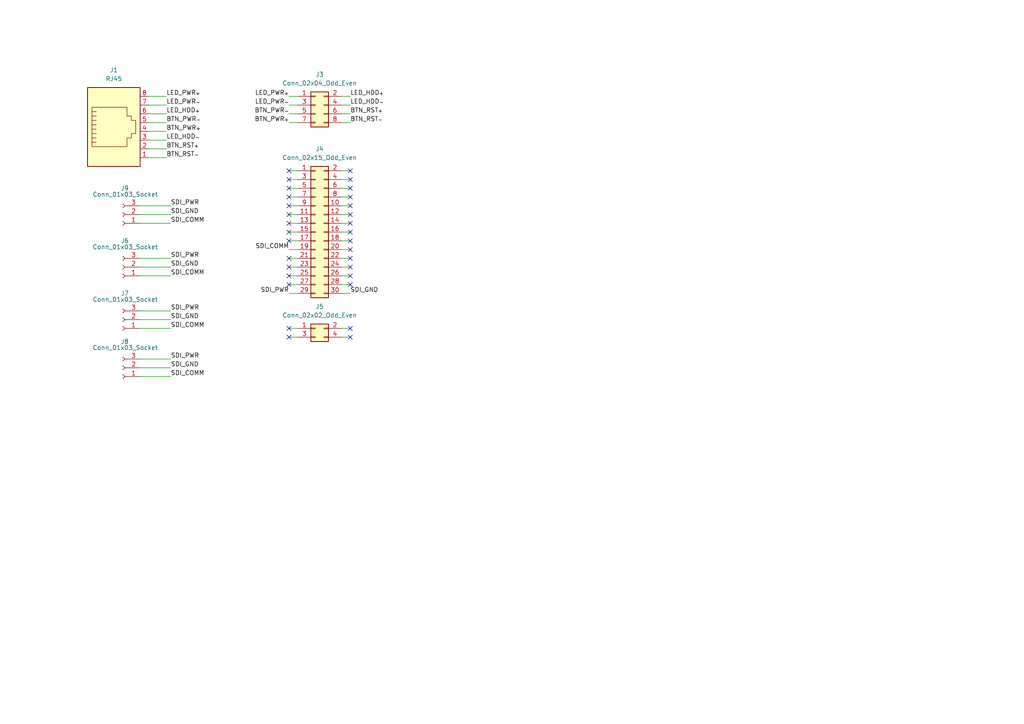
<source format=kicad_sch>
(kicad_sch (version 20250114) (generator "eeschema") (generator_version "9.0")
  (paper "A4")
  (lib_symbols
    (symbol "Connector:Conn_01x03_Socket" (pin_names (offset 1.016) (hide yes))
      (property "Reference" "J" (at 0 5.08 0))
      (property "Value" "Conn_01x03_Socket" (at 0 -5.08 0))
      (symbol "Conn_01x03_Socket_1_1"
        (polyline (pts (xy -1.27 2.54) (xy -0.508 2.54)) (stroke (width 0.1524)))
        (polyline (pts (xy -1.27 0) (xy -0.508 0)) (stroke (width 0.1524)))
        (polyline (pts (xy -1.27 -2.54) (xy -0.508 -2.54)) (stroke (width 0.1524)))
        (arc (start 0 2.032) (mid -0.5058 2.54) (end 0 3.048) (stroke (width 0.1524)))
        (arc (start 0 -0.508) (mid -0.5058 0) (end 0 0.508) (stroke (width 0.1524)))
        (arc (start 0 -3.048) (mid -0.5058 -2.54) (end 0 -2.032) (stroke (width 0.1524)))
        (pin passive line (at -5.08 2.54 0) (length 3.81) (name "Pin_1") (number "1"))
        (pin passive line (at -5.08 0 0) (length 3.81) (name "Pin_2") (number "2"))
        (pin passive line (at -5.08 -2.54 0) (length 3.81) (name "Pin_3") (number "3"))
      )
    )
    (symbol "Connector:RJ45" (pin_names (offset 1.016))
      (property "Reference" "J" (at -5.08 13.97 0))
      (property "Value" "RJ45" (at 2.54 13.97 0))
      (symbol "RJ45_0_1"
        (polyline (pts (xy -6.35 1.905) (xy -5.08 1.905) (xy -5.08 1.905)))
        (polyline (pts (xy -6.35 0.635) (xy -5.08 0.635) (xy -5.08 0.635)))
        (polyline (pts (xy -6.35 -0.635) (xy -5.08 -0.635) (xy -5.08 -0.635)))
        (polyline (pts (xy -6.35 -1.905) (xy -5.08 -1.905) (xy -5.08 -1.905)))
        (polyline (pts (xy -6.35 -3.175) (xy -5.08 -3.175) (xy -5.08 -3.175)))
        (polyline (pts (xy -6.35 -4.445) (xy -6.35 6.985) (xy 3.81 6.985) (xy 3.81 4.445) (xy 5.08 4.445) (xy 5.08 3.175) (xy 6.35 3.175) (xy 6.35 -0.635) (xy 5.08 -0.635) (xy 5.08 -1.905) (xy 3.81 -1.905) (xy 3.81 -4.445) (xy -6.35 -4.445) (xy -6.35 -4.445)))
        (polyline (pts (xy -5.08 5.715) (xy -6.35 5.715)))
        (polyline (pts (xy -5.08 4.445) (xy -6.35 4.445)))
        (polyline (pts (xy -5.08 3.175) (xy -6.35 3.175) (xy -6.35 3.175)))
        (rectangle (start 7.62 12.7) (end -7.62 -10.16) (stroke (width 0.254)) (fill (type background)))
      )
      (symbol "RJ45_1_1"
        (pin passive line (at 10.16 10.16 180) (length 2.54) (name "~") (number "8"))
        (pin passive line (at 10.16 7.62 180) (length 2.54) (name "~") (number "7"))
        (pin passive line (at 10.16 5.08 180) (length 2.54) (name "~") (number "6"))
        (pin passive line (at 10.16 2.54 180) (length 2.54) (name "~") (number "5"))
        (pin passive line (at 10.16 0 180) (length 2.54) (name "~") (number "4"))
        (pin passive line (at 10.16 -2.54 180) (length 2.54) (name "~") (number "3"))
        (pin passive line (at 10.16 -5.08 180) (length 2.54) (name "~") (number "2"))
        (pin passive line (at 10.16 -7.62 180) (length 2.54) (name "~") (number "1"))
      )
    )
    (symbol "Connector_Generic:Conn_02x02_Odd_Even" (pin_names (offset 1.016) (hide yes))
      (property "Reference" "J" (at 1.27 2.54 0))
      (property "Value" "Conn_02x02_Odd_Even" (at 1.27 -5.08 0))
      (symbol "Conn_02x02_Odd_Even_1_1"
        (rectangle (start -1.27 1.27) (end 3.81 -3.81) (stroke (width 0.254)) (fill (type background)))
        (rectangle (start -1.27 0.127) (end 0 -0.127) (stroke (width 0.1524)))
        (rectangle (start -1.27 -2.413) (end 0 -2.667) (stroke (width 0.1524)))
        (rectangle (start 3.81 0.127) (end 2.54 -0.127) (stroke (width 0.1524)))
        (rectangle (start 3.81 -2.413) (end 2.54 -2.667) (stroke (width 0.1524)))
        (pin passive line (at -5.08 0 0) (length 3.81) (name "Pin_1") (number "1"))
        (pin passive line (at -5.08 -2.54 0) (length 3.81) (name "Pin_3") (number "3"))
        (pin passive line (at 7.62 0 180) (length 3.81) (name "Pin_2") (number "2"))
        (pin passive line (at 7.62 -2.54 180) (length 3.81) (name "Pin_4") (number "4"))
      )
    )
    (symbol "Connector_Generic:Conn_02x04_Odd_Even" (pin_names (offset 1.016) (hide yes))
      (property "Reference" "J" (at 1.27 5.08 0))
      (property "Value" "Conn_02x04_Odd_Even" (at 1.27 -7.62 0))
      (symbol "Conn_02x04_Odd_Even_1_1"
        (rectangle (start -1.27 3.81) (end 3.81 -6.35) (stroke (width 0.254)) (fill (type background)))
        (rectangle (start -1.27 2.667) (end 0 2.413) (stroke (width 0.1524)))
        (rectangle (start -1.27 0.127) (end 0 -0.127) (stroke (width 0.1524)))
        (rectangle (start -1.27 -2.413) (end 0 -2.667) (stroke (width 0.1524)))
        (rectangle (start -1.27 -4.953) (end 0 -5.207) (stroke (width 0.1524)))
        (rectangle (start 3.81 2.667) (end 2.54 2.413) (stroke (width 0.1524)))
        (rectangle (start 3.81 0.127) (end 2.54 -0.127) (stroke (width 0.1524)))
        (rectangle (start 3.81 -2.413) (end 2.54 -2.667) (stroke (width 0.1524)))
        (rectangle (start 3.81 -4.953) (end 2.54 -5.207) (stroke (width 0.1524)))
        (pin passive line (at -5.08 2.54 0) (length 3.81) (name "Pin_1") (number "1"))
        (pin passive line (at -5.08 0 0) (length 3.81) (name "Pin_3") (number "3"))
        (pin passive line (at -5.08 -2.54 0) (length 3.81) (name "Pin_5") (number "5"))
        (pin passive line (at -5.08 -5.08 0) (length 3.81) (name "Pin_7") (number "7"))
        (pin passive line (at 7.62 2.54 180) (length 3.81) (name "Pin_2") (number "2"))
        (pin passive line (at 7.62 0 180) (length 3.81) (name "Pin_4") (number "4"))
        (pin passive line (at 7.62 -2.54 180) (length 3.81) (name "Pin_6") (number "6"))
        (pin passive line (at 7.62 -5.08 180) (length 3.81) (name "Pin_8") (number "8"))
      )
    )
    (symbol "Connector_Generic:Conn_02x15_Odd_Even" (pin_names (offset 1.016) (hide yes))
      (property "Reference" "J" (at 1.27 20.32 0))
      (property "Value" "Conn_02x15_Odd_Even" (at 1.27 -20.32 0))
      (symbol "Conn_02x15_Odd_Even_1_1"
        (rectangle (start -1.27 19.05) (end 3.81 -19.05) (stroke (width 0.254)) (fill (type background)))
        (rectangle (start -1.27 17.907) (end 0 17.653) (stroke (width 0.1524)))
        (rectangle (start -1.27 15.367) (end 0 15.113) (stroke (width 0.1524)))
        (rectangle (start -1.27 12.827) (end 0 12.573) (stroke (width 0.1524)))
        (rectangle (start -1.27 10.287) (end 0 10.033) (stroke (width 0.1524)))
        (rectangle (start -1.27 7.747) (end 0 7.493) (stroke (width 0.1524)))
        (rectangle (start -1.27 5.207) (end 0 4.953) (stroke (width 0.1524)))
        (rectangle (start -1.27 2.667) (end 0 2.413) (stroke (width 0.1524)))
        (rectangle (start -1.27 0.127) (end 0 -0.127) (stroke (width 0.1524)))
        (rectangle (start -1.27 -2.413) (end 0 -2.667) (stroke (width 0.1524)))
        (rectangle (start -1.27 -4.953) (end 0 -5.207) (stroke (width 0.1524)))
        (rectangle (start -1.27 -7.493) (end 0 -7.747) (stroke (width 0.1524)))
        (rectangle (start -1.27 -10.033) (end 0 -10.287) (stroke (width 0.1524)))
        (rectangle (start -1.27 -12.573) (end 0 -12.827) (stroke (width 0.1524)))
        (rectangle (start -1.27 -15.113) (end 0 -15.367) (stroke (width 0.1524)))
        (rectangle (start -1.27 -17.653) (end 0 -17.907) (stroke (width 0.1524)))
        (rectangle (start 3.81 17.907) (end 2.54 17.653) (stroke (width 0.1524)))
        (rectangle (start 3.81 15.367) (end 2.54 15.113) (stroke (width 0.1524)))
        (rectangle (start 3.81 12.827) (end 2.54 12.573) (stroke (width 0.1524)))
        (rectangle (start 3.81 10.287) (end 2.54 10.033) (stroke (width 0.1524)))
        (rectangle (start 3.81 7.747) (end 2.54 7.493) (stroke (width 0.1524)))
        (rectangle (start 3.81 5.207) (end 2.54 4.953) (stroke (width 0.1524)))
        (rectangle (start 3.81 2.667) (end 2.54 2.413) (stroke (width 0.1524)))
        (rectangle (start 3.81 0.127) (end 2.54 -0.127) (stroke (width 0.1524)))
        (rectangle (start 3.81 -2.413) (end 2.54 -2.667) (stroke (width 0.1524)))
        (rectangle (start 3.81 -4.953) (end 2.54 -5.207) (stroke (width 0.1524)))
        (rectangle (start 3.81 -7.493) (end 2.54 -7.747) (stroke (width 0.1524)))
        (rectangle (start 3.81 -10.033) (end 2.54 -10.287) (stroke (width 0.1524)))
        (rectangle (start 3.81 -12.573) (end 2.54 -12.827) (stroke (width 0.1524)))
        (rectangle (start 3.81 -15.113) (end 2.54 -15.367) (stroke (width 0.1524)))
        (rectangle (start 3.81 -17.653) (end 2.54 -17.907) (stroke (width 0.1524)))
        (pin passive line (at -5.08 17.78 0) (length 3.81) (name "Pin_1") (number "1"))
        (pin passive line (at -5.08 15.24 0) (length 3.81) (name "Pin_3") (number "3"))
        (pin passive line (at -5.08 12.7 0) (length 3.81) (name "Pin_5") (number "5"))
        (pin passive line (at -5.08 10.16 0) (length 3.81) (name "Pin_7") (number "7"))
        (pin passive line (at -5.08 7.62 0) (length 3.81) (name "Pin_9") (number "9"))
        (pin passive line (at -5.08 5.08 0) (length 3.81) (name "Pin_11") (number "11"))
        (pin passive line (at -5.08 2.54 0) (length 3.81) (name "Pin_13") (number "13"))
        (pin passive line (at -5.08 0 0) (length 3.81) (name "Pin_15") (number "15"))
        (pin passive line (at -5.08 -2.54 0) (length 3.81) (name "Pin_17") (number "17"))
        (pin passive line (at -5.08 -5.08 0) (length 3.81) (name "Pin_19") (number "19"))
        (pin passive line (at -5.08 -7.62 0) (length 3.81) (name "Pin_21") (number "21"))
        (pin passive line (at -5.08 -10.16 0) (length 3.81) (name "Pin_23") (number "23"))
        (pin passive line (at -5.08 -12.7 0) (length 3.81) (name "Pin_25") (number "25"))
        (pin passive line (at -5.08 -15.24 0) (length 3.81) (name "Pin_27") (number "27"))
        (pin passive line (at -5.08 -17.78 0) (length 3.81) (name "Pin_29") (number "29"))
        (pin passive line (at 7.62 17.78 180) (length 3.81) (name "Pin_2") (number "2"))
        (pin passive line (at 7.62 15.24 180) (length 3.81) (name "Pin_4") (number "4"))
        (pin passive line (at 7.62 12.7 180) (length 3.81) (name "Pin_6") (number "6"))
        (pin passive line (at 7.62 10.16 180) (length 3.81) (name "Pin_8") (number "8"))
        (pin passive line (at 7.62 7.62 180) (length 3.81) (name "Pin_10") (number "10"))
        (pin passive line (at 7.62 5.08 180) (length 3.81) (name "Pin_12") (number "12"))
        (pin passive line (at 7.62 2.54 180) (length 3.81) (name "Pin_14") (number "14"))
        (pin passive line (at 7.62 0 180) (length 3.81) (name "Pin_16") (number "16"))
        (pin passive line (at 7.62 -2.54 180) (length 3.81) (name "Pin_18") (number "18"))
        (pin passive line (at 7.62 -5.08 180) (length 3.81) (name "Pin_20") (number "20"))
        (pin passive line (at 7.62 -7.62 180) (length 3.81) (name "Pin_22") (number "22"))
        (pin passive line (at 7.62 -10.16 180) (length 3.81) (name "Pin_24") (number "24"))
        (pin passive line (at 7.62 -12.7 180) (length 3.81) (name "Pin_26") (number "26"))
        (pin passive line (at 7.62 -15.24 180) (length 3.81) (name "Pin_28") (number "28"))
        (pin passive line (at 7.62 -17.78 180) (length 3.81) (name "Pin_30") (number "30"))
      )
    )
  )
  (no_connect (at 83.82 49.53))
  (no_connect (at 83.82 77.47))
  (no_connect (at 83.82 69.85))
  (no_connect (at 83.82 62.23))
  (no_connect (at 83.82 80.01))
  (no_connect (at 83.82 64.77))
  (no_connect (at 101.6 80.01))
  (no_connect (at 83.82 74.93))
  (no_connect (at 101.6 77.47))
  (no_connect (at 101.6 82.55))
  (no_connect (at 83.82 59.69))
  (no_connect (at 101.6 57.15))
  (no_connect (at 83.82 54.61))
  (no_connect (at 101.6 54.61))
  (no_connect (at 101.6 72.39))
  (no_connect (at 101.6 49.53))
  (no_connect (at 101.6 74.93))
  (no_connect (at 101.6 52.07))
  (no_connect (at 83.82 67.31))
  (no_connect (at 101.6 64.77))
  (no_connect (at 101.6 95.25))
  (no_connect (at 83.82 95.25))
  (no_connect (at 101.6 97.79))
  (no_connect (at 101.6 69.85))
  (no_connect (at 101.6 62.23))
  (no_connect (at 83.82 82.55))
  (no_connect (at 101.6 59.69))
  (no_connect (at 83.82 57.15))
  (no_connect (at 83.82 52.07))
  (no_connect (at 101.6 67.31))
  (no_connect (at 83.82 97.79))
  (wire (pts (xy 43.18 45.72) (xy 48.26 45.72)))
  (wire (pts (xy 101.6 62.23) (xy 99.06 62.23)))
  (wire (pts (xy 40.64 106.68) (xy 49.53 106.68)))
  (wire (pts (xy 40.64 80.01) (xy 49.53 80.01)))
  (wire (pts (xy 40.64 90.17) (xy 49.53 90.17)))
  (wire (pts (xy 40.64 74.93) (xy 49.53 74.93)))
  (wire (pts (xy 83.82 33.02) (xy 86.36 33.02)))
  (wire (pts (xy 83.82 80.01) (xy 86.36 80.01)))
  (wire (pts (xy 101.6 77.47) (xy 99.06 77.47)))
  (wire (pts (xy 99.06 33.02) (xy 101.6 33.02)))
  (wire (pts (xy 83.82 35.56) (xy 86.36 35.56)))
  (wire (pts (xy 83.82 59.69) (xy 86.36 59.69)))
  (wire (pts (xy 40.64 77.47) (xy 49.53 77.47)))
  (wire (pts (xy 83.82 97.79) (xy 86.36 97.79)))
  (wire (pts (xy 83.82 72.39) (xy 86.36 72.39)))
  (wire (pts (xy 101.6 59.69) (xy 99.06 59.69)))
  (wire (pts (xy 43.18 30.48) (xy 48.26 30.48)))
  (wire (pts (xy 101.6 64.77) (xy 99.06 64.77)))
  (wire (pts (xy 83.82 64.77) (xy 86.36 64.77)))
  (wire (pts (xy 101.6 67.31) (xy 99.06 67.31)))
  (wire (pts (xy 43.18 27.94) (xy 48.26 27.94)))
  (wire (pts (xy 83.82 67.31) (xy 86.36 67.31)))
  (wire (pts (xy 43.18 35.56) (xy 48.26 35.56)))
  (wire (pts (xy 40.64 62.23) (xy 49.53 62.23)))
  (wire (pts (xy 83.82 69.85) (xy 86.36 69.85)))
  (wire (pts (xy 83.82 52.07) (xy 86.36 52.07)))
  (wire (pts (xy 101.6 49.53) (xy 99.06 49.53)))
  (wire (pts (xy 83.82 57.15) (xy 86.36 57.15)))
  (wire (pts (xy 83.82 95.25) (xy 86.36 95.25)))
  (wire (pts (xy 101.6 74.93) (xy 99.06 74.93)))
  (wire (pts (xy 83.82 27.94) (xy 86.36 27.94)))
  (wire (pts (xy 83.82 77.47) (xy 86.36 77.47)))
  (wire (pts (xy 101.6 57.15) (xy 99.06 57.15)))
  (wire (pts (xy 40.64 104.14) (xy 49.53 104.14)))
  (wire (pts (xy 99.06 30.48) (xy 101.6 30.48)))
  (wire (pts (xy 99.06 27.94) (xy 101.6 27.94)))
  (wire (pts (xy 83.82 74.93) (xy 86.36 74.93)))
  (wire (pts (xy 40.64 59.69) (xy 49.53 59.69)))
  (wire (pts (xy 99.06 35.56) (xy 101.6 35.56)))
  (wire (pts (xy 43.18 38.1) (xy 48.26 38.1)))
  (wire (pts (xy 101.6 69.85) (xy 99.06 69.85)))
  (wire (pts (xy 101.6 52.07) (xy 99.06 52.07)))
  (wire (pts (xy 99.06 72.39) (xy 101.6 72.39)))
  (wire (pts (xy 43.18 43.18) (xy 48.26 43.18)))
  (wire (pts (xy 99.06 97.79) (xy 101.6 97.79)))
  (wire (pts (xy 99.06 95.25) (xy 101.6 95.25)))
  (wire (pts (xy 83.82 62.23) (xy 86.36 62.23)))
  (wire (pts (xy 43.18 33.02) (xy 48.26 33.02)))
  (wire (pts (xy 83.82 85.09) (xy 86.36 85.09)))
  (wire (pts (xy 40.64 64.77) (xy 49.53 64.77)))
  (wire (pts (xy 40.64 109.22) (xy 49.53 109.22)))
  (wire (pts (xy 40.64 95.25) (xy 49.53 95.25)))
  (wire (pts (xy 83.82 54.61) (xy 86.36 54.61)))
  (wire (pts (xy 40.64 92.71) (xy 49.53 92.71)))
  (wire (pts (xy 101.6 80.01) (xy 99.06 80.01)))
  (wire (pts (xy 101.6 54.61) (xy 99.06 54.61)))
  (wire (pts (xy 83.82 82.55) (xy 86.36 82.55)))
  (wire (pts (xy 101.6 82.55) (xy 99.06 82.55)))
  (wire (pts (xy 43.18 40.64) (xy 48.26 40.64)))
  (wire (pts (xy 83.82 30.48) (xy 86.36 30.48)))
  (wire (pts (xy 99.06 85.09) (xy 101.6 85.09)))
  (wire (pts (xy 83.82 49.53) (xy 86.36 49.53)))
  (label "LED_HDD_{-}" (at 101.6 30.48 0))
  (label "SDI_PWR" (at 83.82 85.09 180))
  (label "LED_PWR_{-}" (at 48.26 30.48 0))
  (label "BTN_RST_{-}" (at 48.26 45.72 0))
  (label "LED_PWR_{+}" (at 48.26 27.94 0))
  (label "SDI_PWR" (at 49.53 74.93 0))
  (label "LED_HDD_{+}" (at 101.6 27.94 0))
  (label "BTN_RST_{+}" (at 101.6 33.02 0))
  (label "LED_HDD_{-}" (at 48.26 40.64 0))
  (label "SDI_GND" (at 49.53 77.47 0))
  (label "SDI_GND" (at 49.53 92.71 0))
  (label "SDI_GND" (at 49.53 62.23 0))
  (label "BTN_RST_{+}" (at 48.26 43.18 0))
  (label "SDI_PWR" (at 49.53 90.17 0))
  (label "LED_HDD_{+}" (at 48.26 33.02 0))
  (label "SDI_COMM" (at 49.53 80.01 0))
  (label "SDI_GND" (at 101.6 85.09 0))
  (label "SDI_COMM" (at 49.53 64.77 0))
  (label "SDI_PWR" (at 49.53 104.14 0))
  (label "BTN_PWR_{-}" (at 83.82 33.02 180))
  (label "BTN_PWR_{+}" (at 83.82 35.56 180))
  (label "SDI_COMM" (at 83.82 72.39 180))
  (label "SDI_COMM" (at 49.53 95.25 0))
  (label "SDI_PWR" (at 49.53 59.69 0))
  (label "BTN_PWR_{-}" (at 48.26 35.56 0))
  (label "BTN_PWR_{+}" (at 48.26 38.1 0))
  (label "BTN_RST_{-}" (at 101.6 35.56 0))
  (label "LED_PWR_{-}" (at 83.82 30.48 180))
  (label "SDI_COMM" (at 49.53 109.22 0))
  (label "LED_PWR_{+}" (at 83.82 27.94 180))
  (label "SDI_GND" (at 49.53 106.68 0))
  (symbol (lib_id "Connector:Conn_01x03_Socket") (at 35.56 106.68 180) (unit 1)
    (property "Reference" "J8" (at 36.195 99.06 0))
    (property "Value" "Conn_01x03_Socket" (at 36.322 100.838 0))
    (property "Footprint" "Library:MC1,5_3-G-3,5" (effects (hide yes)))
    (property "Description" "Generic connector, single row, 01x03, script generated" (effects (hide yes)))
  )
  (symbol (lib_id "Connector_Generic:Conn_02x02_Odd_Even") (at 91.44 95.25 0) (unit 1)
    (property "Reference" "J5" (at 92.71 88.9 0))
    (property "Value" "Conn_02x02_Odd_Even" (at 92.71 91.44 0))
    (property "Footprint" "Connector_PinHeader_2.54mm:PinHeader_2x02_P2.54mm_Vertical" (effects (hide yes)))
    (property "Description" "Generic connector, double row, 02x02, odd/even pin numbering scheme (row 1 odd numbers, row 2 even numbers), script generated (kicad-library-utils/schlib/autogen/connector/)" (effects (hide yes)))
  )
  (symbol (lib_id "Connector:RJ45") (at 33.02 38.1 0) (unit 1)
    (property "Reference" "J1" (at 33.02 20.32 0))
    (property "Value" "RJ45" (at 33.02 22.86 0))
    (property "Footprint" "Connector_RJ:RJ45_Amphenol_54602-x08_Horizontal" (effects (hide yes)))
    (property "Description" "RJ connector, 8P8C (8 positions 8 connected)" (effects (hide yes)))
  )
  (symbol (lib_id "Connector:Conn_01x03_Socket") (at 35.56 92.71 180) (unit 1)
    (property "Reference" "J7" (at 36.195 85.09 0))
    (property "Value" "Conn_01x03_Socket" (at 36.322 86.868 0))
    (property "Footprint" "Library:MC1,5_3-G-3,5" (effects (hide yes)))
    (property "Description" "Generic connector, single row, 01x03, script generated" (effects (hide yes)))
  )
  (symbol (lib_id "Connector:Conn_01x03_Socket") (at 35.56 62.23 180) (unit 1)
    (property "Reference" "J9" (at 36.195 54.61 0))
    (property "Value" "Conn_01x03_Socket" (at 36.322 56.388 0))
    (property "Footprint" "Library:MC1,5_3-G-3,5" (effects (hide yes)))
    (property "Description" "Generic connector, single row, 01x03, script generated" (effects (hide yes)))
  )
  (symbol (lib_id "Connector_Generic:Conn_02x04_Odd_Even") (at 91.44 30.48 0) (unit 1)
    (property "Reference" "J3" (at 92.71 21.59 0))
    (property "Value" "Conn_02x04_Odd_Even" (at 92.71 24.13 0))
    (property "Footprint" "Connector_PinSocket_2.54mm:PinSocket_2x04_P2.54mm_Vertical" (effects (hide yes)))
    (property "Description" "Generic connector, double row, 02x04, odd/even pin numbering scheme (row 1 odd numbers, row 2 even numbers), script generated (kicad-library-utils/schlib/autogen/connector/)" (effects (hide yes)))
  )
  (symbol (lib_id "Connector:Conn_01x03_Socket") (at 35.56 77.47 180) (unit 1)
    (property "Reference" "J6" (at 36.195 69.85 0))
    (property "Value" "Conn_01x03_Socket" (at 36.322 71.628 0))
    (property "Footprint" "Library:MC1,5_3-G-3,5" (effects (hide yes)))
    (property "Description" "Generic connector, single row, 01x03, script generated" (effects (hide yes)))
  )
  (symbol (lib_id "Connector_Generic:Conn_02x15_Odd_Even") (at 91.44 67.31 0) (unit 1)
    (property "Reference" "J4" (at 92.71 43.18 0))
    (property "Value" "Conn_02x15_Odd_Even" (at 92.71 45.72 0))
    (property "Footprint" "Connector_PinHeader_2.54mm:PinHeader_2x15_P2.54mm_Vertical" (effects (hide yes)))
    (property "Description" "Generic connector, double row, 02x15, odd/even pin numbering scheme (row 1 odd numbers, row 2 even numbers), script generated (kicad-library-utils/schlib/autogen/connector/)" (effects (hide yes)))
  )
)
</source>
